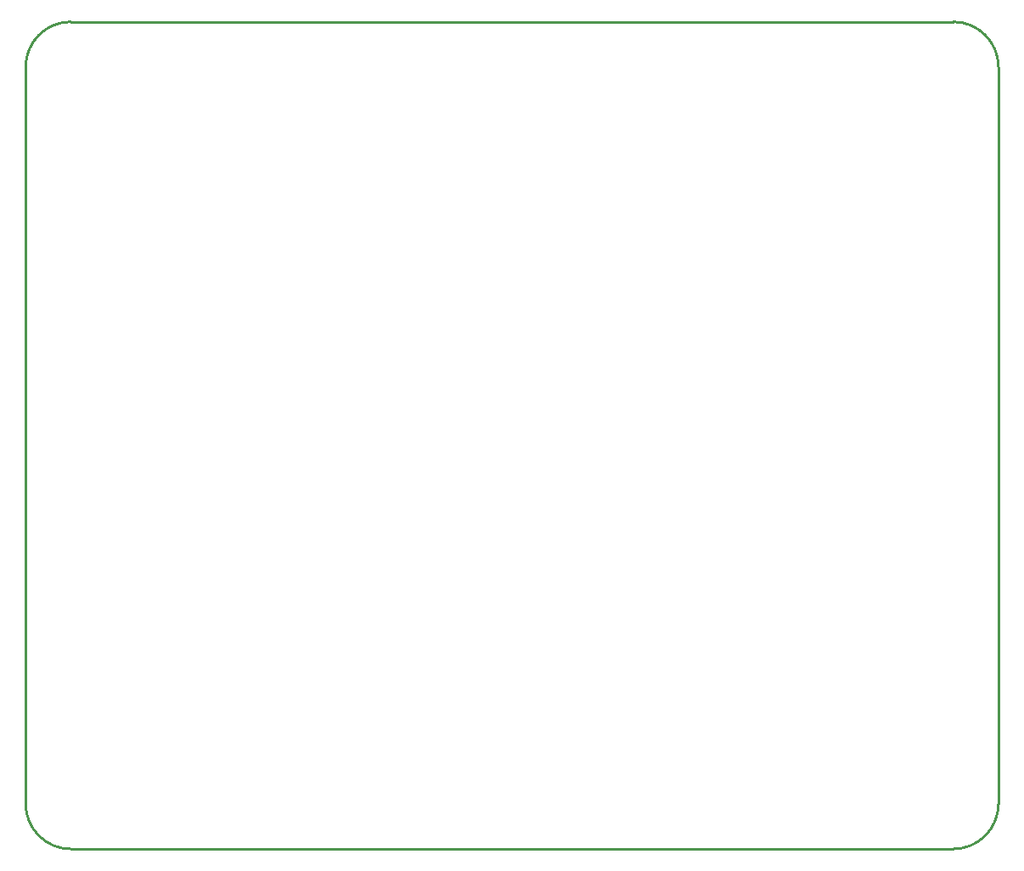
<source format=gbr>
%TF.GenerationSoftware,Altium Limited,Altium Designer,25.2.1 (25)*%
G04 Layer_Color=16711935*
%FSLAX43Y43*%
%MOMM*%
%TF.SameCoordinates,14BE83A4-B3EB-4770-8DB1-726BE69DDD70*%
%TF.FilePolarity,Positive*%
%TF.FileFunction,Keep-out,Top*%
%TF.Part,Single*%
G01*
G75*
%TA.AperFunction,NonConductor*%
%ADD67C,0.254*%
D67*
X92500Y0D02*
G03*
X97000Y4500I0J4500D01*
G01*
Y78000D02*
G03*
X92500Y82500I-4500J0D01*
G01*
X4500D02*
G03*
X0Y78000I0J-4500D01*
G01*
Y4500D02*
G03*
X4500Y0I4500J0D01*
G01*
Y82500D02*
X92500D01*
X97000Y4500D02*
Y78000D01*
X4500Y0D02*
X92500D01*
X0Y4500D02*
Y78000D01*
%TF.MD5,dadea5da674f075de47edad3dea1a89c*%
M02*

</source>
